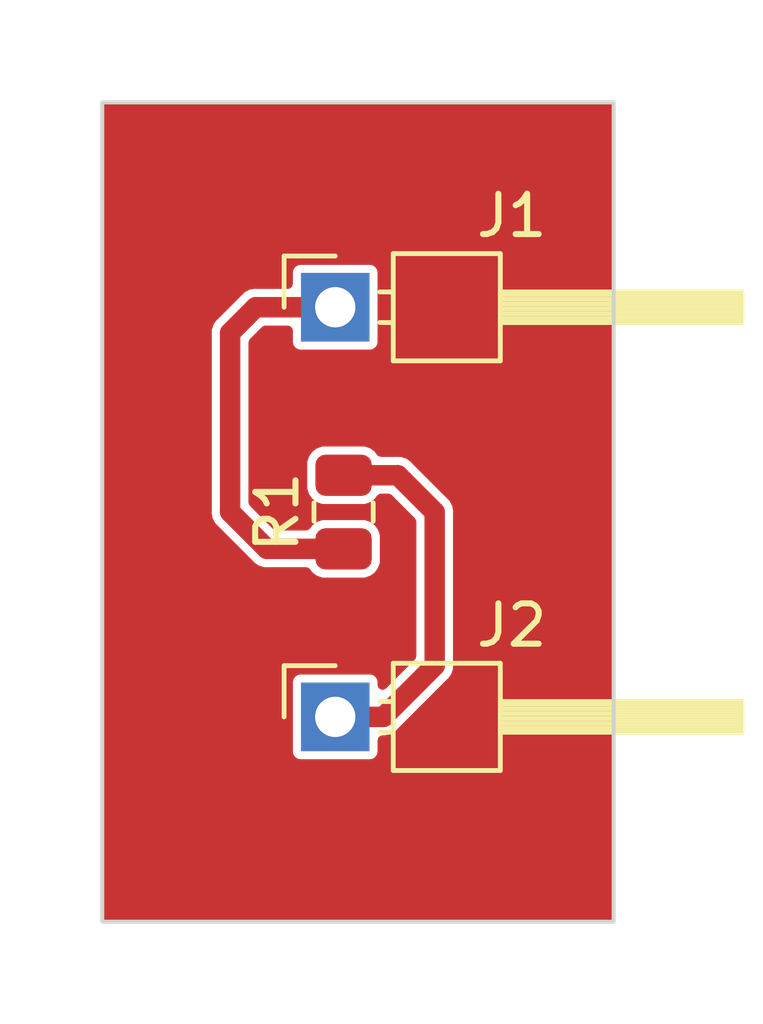
<source format=kicad_pcb>
(kicad_pcb (version 20221018) (generator pcbnew)
  (layers (0 "F.Cu" signal) (31 "B.Cu" signal) (34 "B.Paste" user) (35 "F.Paste" user) (36 "B.SilkS" user "B.Silkscreen") (37 "F.SilkS" user "F.Silkscreen") (38 "B.Mask" user) (39 "F.Mask" user) (44 "Edge.Cuts" user))
  (net 0 "")
  (net 1 "Net-(J1-Pin_1)")
  (net 2 "Net-(J2-Pin_1)")
  (footprint "Resistor_SMD:R_0805_2012Metric" (layer "F.Cu") (at 79.6525 66.04 90)
    (fp_text reference "R1" (at 0 -1.65 90) (layer "F.SilkS"))
    (fp_text value "R")
    (fp_line (start -0.227064 -0.735) (end 0.227064 -0.735) (stroke (width 0.12)) (layer "F.SilkS"))
    (fp_line (start -0.227064 0.735) (end 0.227064 0.735) (stroke (width 0.12)) (layer "F.SilkS"))
    (pad "1" smd roundrect (at -0.9125 0 90) (size 1.025 1.4) (layers "F.Cu" "F.Paste" "F.Mask") (roundrect_rratio 0.243902) (net 1 "Net-(J1-Pin_1)"))
    (pad "2" smd roundrect (at 0.9125 0 90) (size 1.025 1.4) (layers "F.Cu" "F.Paste" "F.Mask") (roundrect_rratio 0.243902) (net 2 "Net-(J2-Pin_1)"))
  )
  (footprint "Connector_PinHeader_2.54mm:PinHeader_1x01_P2.54mm_Horizontal" (layer "F.Cu") (at 79.445 71.12)
    (fp_text reference "J2" (at 4.385 -2.27) (layer "F.SilkS"))
    (fp_text value "Conn_01x01_Pin")
    (fp_line (start -1.27 -1.27) (end 0 -1.27) (stroke (width 0.12)) (layer "F.SilkS"))
    (fp_line (start -1.27 0) (end -1.27 -1.27) (stroke (width 0.12)) (layer "F.SilkS"))
    (fp_line (start 1.11 -0.38) (end 1.44 -0.38) (stroke (width 0.12)) (layer "F.SilkS"))
    (fp_line (start 1.11 0.38) (end 1.44 0.38) (stroke (width 0.12)) (layer "F.SilkS"))
    (fp_line (start 1.44 -1.33) (end 1.44 1.33) (stroke (width 0.12)) (layer "F.SilkS"))
    (fp_line (start 1.44 1.33) (end 4.1 1.33) (stroke (width 0.12)) (layer "F.SilkS"))
    (fp_line (start 4.1 -1.33) (end 1.44 -1.33) (stroke (width 0.12)) (layer "F.SilkS"))
    (fp_line (start 4.1 -0.38) (end 10.1 -0.38) (stroke (width 0.12)) (layer "F.SilkS"))
    (fp_line (start 4.1 -0.32) (end 10.1 -0.32) (stroke (width 0.12)) (layer "F.SilkS"))
    (fp_line (start 4.1 -0.2) (end 10.1 -0.2) (stroke (width 0.12)) (layer "F.SilkS"))
    (fp_line (start 4.1 -0.08) (end 10.1 -0.08) (stroke (width 0.12)) (layer "F.SilkS"))
    (fp_line (start 4.1 0.04) (end 10.1 0.04) (stroke (width 0.12)) (layer "F.SilkS"))
    (fp_line (start 4.1 0.16) (end 10.1 0.16) (stroke (width 0.12)) (layer "F.SilkS"))
    (fp_line (start 4.1 0.28) (end 10.1 0.28) (stroke (width 0.12)) (layer "F.SilkS"))
    (fp_line (start 4.1 1.33) (end 4.1 -1.33) (stroke (width 0.12)) (layer "F.SilkS"))
    (fp_line (start 10.1 -0.38) (end 10.1 0.38) (stroke (width 0.12)) (layer "F.SilkS"))
    (fp_line (start 10.1 0.38) (end 4.1 0.38) (stroke (width 0.12)) (layer "F.SilkS"))
    (pad "1" thru_hole rect (at 0 0) (size 1.7 1.7) (drill 1) (layers "*.Cu" "*.Mask") (net 2 "Net-(J2-Pin_1)"))
  )
  (footprint "Connector_PinHeader_2.54mm:PinHeader_1x01_P2.54mm_Horizontal" (layer "F.Cu") (at 79.445 60.96)
    (fp_text reference "J1" (at 4.385 -2.27) (layer "F.SilkS"))
    (fp_text value "Conn_01x01_Pin")
    (fp_line (start -1.27 -1.27) (end 0 -1.27) (stroke (width 0.12)) (layer "F.SilkS"))
    (fp_line (start -1.27 0) (end -1.27 -1.27) (stroke (width 0.12)) (layer "F.SilkS"))
    (fp_line (start 1.11 -0.38) (end 1.44 -0.38) (stroke (width 0.12)) (layer "F.SilkS"))
    (fp_line (start 1.11 0.38) (end 1.44 0.38) (stroke (width 0.12)) (layer "F.SilkS"))
    (fp_line (start 1.44 -1.33) (end 1.44 1.33) (stroke (width 0.12)) (layer "F.SilkS"))
    (fp_line (start 1.44 1.33) (end 4.1 1.33) (stroke (width 0.12)) (layer "F.SilkS"))
    (fp_line (start 4.1 -1.33) (end 1.44 -1.33) (stroke (width 0.12)) (layer "F.SilkS"))
    (fp_line (start 4.1 -0.38) (end 10.1 -0.38) (stroke (width 0.12)) (layer "F.SilkS"))
    (fp_line (start 4.1 -0.32) (end 10.1 -0.32) (stroke (width 0.12)) (layer "F.SilkS"))
    (fp_line (start 4.1 -0.2) (end 10.1 -0.2) (stroke (width 0.12)) (layer "F.SilkS"))
    (fp_line (start 4.1 -0.08) (end 10.1 -0.08) (stroke (width 0.12)) (layer "F.SilkS"))
    (fp_line (start 4.1 0.04) (end 10.1 0.04) (stroke (width 0.12)) (layer "F.SilkS"))
    (fp_line (start 4.1 0.16) (end 10.1 0.16) (stroke (width 0.12)) (layer "F.SilkS"))
    (fp_line (start 4.1 0.28) (end 10.1 0.28) (stroke (width 0.12)) (layer "F.SilkS"))
    (fp_line (start 4.1 1.33) (end 4.1 -1.33) (stroke (width 0.12)) (layer "F.SilkS"))
    (fp_line (start 10.1 -0.38) (end 10.1 0.38) (stroke (width 0.12)) (layer "F.SilkS"))
    (fp_line (start 10.1 0.38) (end 4.1 0.38) (stroke (width 0.12)) (layer "F.SilkS"))
    (pad "1" thru_hole rect (at 0 0) (size 1.7 1.7) (drill 1) (layers "*.Cu" "*.Mask") (net 1 "Net-(J1-Pin_1)"))
  )
  (gr_rect (start 73.66 55.88) (end 86.36 76.2) (stroke (width 0.1)) (fill none) (layer "Edge.Cuts"))
  (segment (start 77.7475 66.9525) (end 79.6525 66.9525) (width 0.508) (layer "F.Cu") (net 1))
  (segment (start 76.835 66.04) (end 77.7475 66.9525) (width 0.508) (layer "F.Cu") (net 1))
  (segment (start 79.445 60.96) (end 77.47 60.96) (width 0.508) (layer "F.Cu") (net 1))
  (segment (start 77.47 60.96) (end 76.835 61.595) (width 0.508) (layer "F.Cu") (net 1))
  (segment (start 76.835 61.595) (end 76.835 66.04) (width 0.508) (layer "F.Cu") (net 1))
  (segment (start 81.915 69.85) (end 80.645 71.12) (width 0.508) (layer "F.Cu") (net 2))
  (segment (start 80.645 71.12) (end 79.445 71.12) (width 0.508) (layer "F.Cu") (net 2))
  (segment (start 79.6525 65.1275) (end 81.0025 65.1275) (width 0.508) (layer "F.Cu") (net 2))
  (segment (start 81.915 66.04) (end 81.915 69.85) (width 0.508) (layer "F.Cu") (net 2))
  (segment (start 81.0025 65.1275) (end 81.915 66.04) (width 0.508) (layer "F.Cu") (net 2))
  (zone (net 0) (net_name "") (layer "F.Cu") (connect_pads (clearance 0.1016)) (min_thickness 0.25) (fill yes (thermal_gap 0.5) (thermal_bridge_width 0.5) (island_removal_mode 1) (island_area_min 10))
    (polygon (pts (xy 71.12 53.34) (xy 88.9 53.34) (xy 88.9 78.74) (xy 71.12 78.74)))
  )
)
</source>
